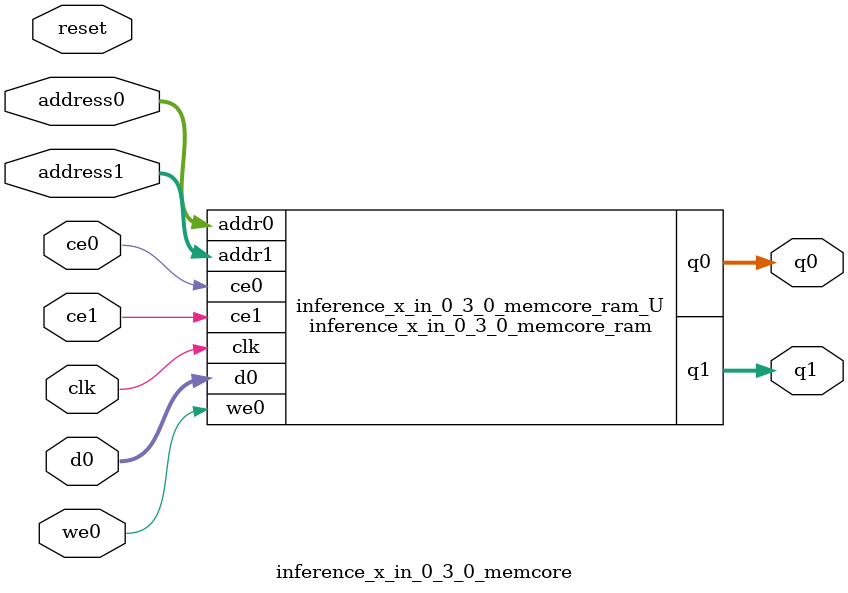
<source format=v>

`timescale 1 ns / 1 ps
module inference_x_in_0_3_0_memcore_ram (addr0, ce0, d0, we0, q0, addr1, ce1, q1,  clk);

parameter DWIDTH = 32;
parameter AWIDTH = 5;
parameter MEM_SIZE = 30;

input[AWIDTH-1:0] addr0;
input ce0;
input[DWIDTH-1:0] d0;
input we0;
output reg[DWIDTH-1:0] q0;
input[AWIDTH-1:0] addr1;
input ce1;
output reg[DWIDTH-1:0] q1;
input clk;

(* ram_style = "distributed" *)reg [DWIDTH-1:0] ram[MEM_SIZE-1:0];




always @(posedge clk)  
begin 
    if (ce0) 
    begin
        if (we0) 
        begin 
            ram[addr0] <= d0; 
            q0 <= d0;
        end 
        else 
            q0 <= ram[addr0];
    end
end


always @(posedge clk)  
begin 
    if (ce1) 
    begin
            q1 <= ram[addr1];
    end
end


endmodule


`timescale 1 ns / 1 ps
module inference_x_in_0_3_0_memcore(
    reset,
    clk,
    address0,
    ce0,
    we0,
    d0,
    q0,
    address1,
    ce1,
    q1);

parameter DataWidth = 32'd32;
parameter AddressRange = 32'd30;
parameter AddressWidth = 32'd5;
input reset;
input clk;
input[AddressWidth - 1:0] address0;
input ce0;
input we0;
input[DataWidth - 1:0] d0;
output[DataWidth - 1:0] q0;
input[AddressWidth - 1:0] address1;
input ce1;
output[DataWidth - 1:0] q1;



inference_x_in_0_3_0_memcore_ram inference_x_in_0_3_0_memcore_ram_U(
    .clk( clk ),
    .addr0( address0 ),
    .ce0( ce0 ),
    .d0( d0 ),
    .we0( we0 ),
    .q0( q0 ),
    .addr1( address1 ),
    .ce1( ce1 ),
    .q1( q1 ));

endmodule


</source>
